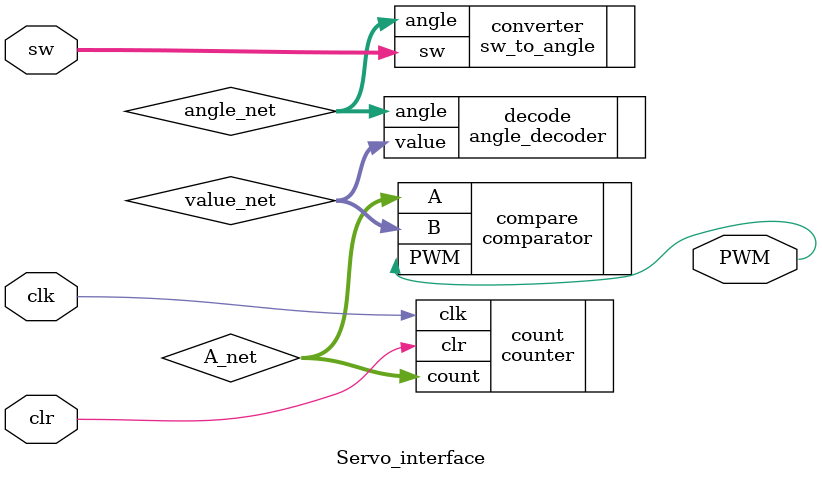
<source format=v>
`timescale 1ns / 1ps

module Servo_interface (
    input [15:0] sw,
    input clr,
    input clk,
    output PWM
    );
    
    wire [19:0] A_net;
    wire [19:0] value_net;
    wire [8:0] angle_net;
    
    // Convert the incoming switch value
    // to an angle.
    sw_to_angle converter(
        .sw(sw),
        .angle(angle_net)
        );
    
    // Convert the angle value to 
    // the constant value needed for the PWM.
    angle_decoder decode(
        .angle(angle_net),
        .value(value_net)
        );
    
    // Compare the count value from the
    // counter, with the constant value set by
    // the switches.
    comparator compare(
        .A(A_net),
        .B(value_net),
        .PWM(PWM)
        );
      
    // Counts up to a certain value and then resets.
    // This module creates the refresh rate of 20ms.   
    counter count(
        .clr(clr),
        .clk(clk),
        .count(A_net)
        );
        
endmodule

</source>
